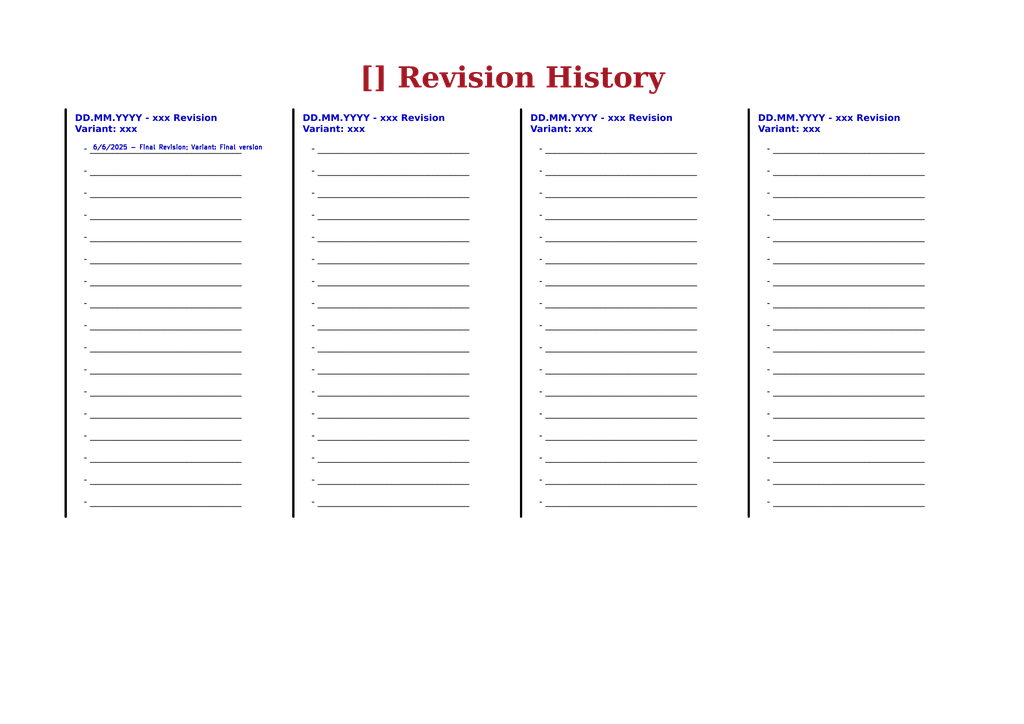
<source format=kicad_sch>
(kicad_sch
	(version 20250114)
	(generator "eeschema")
	(generator_version "9.0")
	(uuid "ea8c4f5e-7a49-4faf-a994-dbc85ed86b0a")
	(paper "A4")
	(title_block
		(title "Cover Page")
		(date "2025-06-05")
		(rev "v1.0")
		(company "sebastiansebs.com")
	)
	(lib_symbols)
	(text "6/6/2025 - Final Revision; Variant: Final version"
		(exclude_from_sim no)
		(at 51.562 42.926 0)
		(effects
			(font
				(size 1.27 1.27)
				(thickness 0.254)
				(bold yes)
			)
		)
		(uuid "581803aa-d480-4ed2-a29b-c8ab65f01803")
	)
	(text_box "- _________________________________\n\n- _________________________________\n\n- _________________________________\n\n- _________________________________\n\n- _________________________________\n\n- _________________________________\n\n- _________________________________\n\n- _________________________________\n\n- _________________________________\n\n- _________________________________\n\n- _________________________________\n\n- _________________________________\n\n- _________________________________\n\n- _________________________________\n\n- _________________________________\n\n- _________________________________\n\n- _________________________________"
		(exclude_from_sim no)
		(at 220.98 40.64 0)
		(size 58.42 115.57)
		(margins 1.4287 1.4287 1.4287 1.4287)
		(stroke
			(width -0.0001)
			(type default)
		)
		(fill
			(type none)
		)
		(effects
			(font
				(face "Arial")
				(size 1.905 1.905)
				(color 0 0 0 1)
			)
			(justify left top)
		)
		(uuid "0c062e2b-2be1-4307-b752-045c211787f4")
	)
	(text_box "DD.MM.YYYY - xxx Revision\nVariant: xxx"
		(exclude_from_sim no)
		(at 86.36 31.75 0)
		(size 57.15 7.62)
		(margins 1.4287 1.4287 1.4287 1.4287)
		(stroke
			(width -0.0001)
			(type default)
		)
		(fill
			(type none)
		)
		(effects
			(font
				(face "Arial")
				(size 1.905 1.905)
				(thickness 0.254)
				(bold yes)
			)
			(justify left top)
		)
		(uuid "14f2d7b6-dcd6-4c43-91a3-c7a76690654c")
	)
	(text_box "[${#}] Revision History"
		(exclude_from_sim no)
		(at 80.01 16.51 0)
		(size 137.16 12.7)
		(margins 4.4999 4.4999 4.4999 4.4999)
		(stroke
			(width -0.0001)
			(type solid)
		)
		(fill
			(type none)
		)
		(effects
			(font
				(face "Times New Roman")
				(size 6 6)
				(thickness 1.2)
				(bold yes)
				(color 162 22 34 1)
			)
		)
		(uuid "20a0a094-ac98-46df-bdac-21d5721f7697")
	)
	(text_box "DD.MM.YYYY - xxx Revision\nVariant: xxx"
		(exclude_from_sim no)
		(at 152.4 31.75 0)
		(size 57.15 7.62)
		(margins 1.4287 1.4287 1.4287 1.4287)
		(stroke
			(width -0.0001)
			(type default)
		)
		(fill
			(type none)
		)
		(effects
			(font
				(face "Arial")
				(size 1.905 1.905)
				(thickness 0.254)
				(bold yes)
			)
			(justify left top)
		)
		(uuid "61447e65-3862-4ca7-a61e-5d8506cb38bb")
	)
	(text_box "- _________________________________\n\n- _________________________________\n\n- _________________________________\n\n- _________________________________\n\n- _________________________________\n\n- _________________________________\n\n- _________________________________\n\n- _________________________________\n\n- _________________________________\n\n- _________________________________\n\n- _________________________________\n\n- _________________________________\n\n- _________________________________\n\n- _________________________________\n\n- _________________________________\n\n- _________________________________\n\n- _________________________________"
		(exclude_from_sim no)
		(at 22.86 40.64 0)
		(size 58.42 115.57)
		(margins 1.4287 1.4287 1.4287 1.4287)
		(stroke
			(width -0.0001)
			(type default)
		)
		(fill
			(type none)
		)
		(effects
			(font
				(face "Arial")
				(size 1.905 1.905)
				(color 0 0 0 1)
			)
			(justify left top)
		)
		(uuid "7cea8527-91c8-47c3-a860-064e128bcffe")
	)
	(text_box "- _________________________________\n\n- _________________________________\n\n- _________________________________\n\n- _________________________________\n\n- _________________________________\n\n- _________________________________\n\n- _________________________________\n\n- _________________________________\n\n- _________________________________\n\n- _________________________________\n\n- _________________________________\n\n- _________________________________\n\n- _________________________________\n\n- _________________________________\n\n- _________________________________\n\n- _________________________________\n\n- _________________________________"
		(exclude_from_sim no)
		(at 154.94 40.64 0)
		(size 58.42 115.57)
		(margins 1.4287 1.4287 1.4287 1.4287)
		(stroke
			(width -0.0001)
			(type default)
		)
		(fill
			(type none)
		)
		(effects
			(font
				(face "Arial")
				(size 1.905 1.905)
				(color 0 0 0 1)
			)
			(justify left top)
		)
		(uuid "8ad0acb7-8a2e-40a2-87c7-888a93359ccd")
	)
	(text_box "DD.MM.YYYY - xxx Revision\nVariant: xxx"
		(exclude_from_sim no)
		(at 20.32 31.75 0)
		(size 57.15 7.62)
		(margins 1.4287 1.4287 1.4287 1.4287)
		(stroke
			(width -0.0001)
			(type default)
		)
		(fill
			(type none)
		)
		(effects
			(font
				(face "Arial")
				(size 1.905 1.905)
				(thickness 0.254)
				(bold yes)
			)
			(justify left top)
		)
		(uuid "922c5813-4880-4ddf-ba01-939f72022a9d")
	)
	(text_box "- _________________________________\n\n- _________________________________\n\n- _________________________________\n\n- _________________________________\n\n- _________________________________\n\n- _________________________________\n\n- _________________________________\n\n- _________________________________\n\n- _________________________________\n\n- _________________________________\n\n- _________________________________\n\n- _________________________________\n\n- _________________________________\n\n- _________________________________\n\n- _________________________________\n\n- _________________________________\n\n- _________________________________"
		(exclude_from_sim no)
		(at 88.9 40.64 0)
		(size 58.42 115.57)
		(margins 1.4287 1.4287 1.4287 1.4287)
		(stroke
			(width -0.0001)
			(type default)
		)
		(fill
			(type none)
		)
		(effects
			(font
				(face "Arial")
				(size 1.905 1.905)
				(color 0 0 0 1)
			)
			(justify left top)
		)
		(uuid "cd63b456-8f62-4290-9191-6ad427c40f65")
	)
	(text_box "DD.MM.YYYY - xxx Revision\nVariant: xxx"
		(exclude_from_sim no)
		(at 218.44 31.75 0)
		(size 57.15 7.62)
		(margins 1.4287 1.4287 1.4287 1.4287)
		(stroke
			(width -0.0001)
			(type default)
		)
		(fill
			(type none)
		)
		(effects
			(font
				(face "Arial")
				(size 1.905 1.905)
				(thickness 0.254)
				(bold yes)
			)
			(justify left top)
		)
		(uuid "f47af890-f55a-44bf-b54f-b7df3adde008")
	)
	(polyline
		(pts
			(xy 19.05 31.75) (xy 19.05 149.86)
		)
		(stroke
			(width 0.635)
			(type default)
			(color 0 0 0 1)
		)
		(uuid "4849fe72-6429-4f5b-a9e6-56656658a37b")
	)
	(polyline
		(pts
			(xy 85.09 31.75) (xy 85.09 149.86)
		)
		(stroke
			(width 0.635)
			(type default)
			(color 0 0 0 1)
		)
		(uuid "5f29c90a-4bd5-401c-a0f6-a99df09914f4")
	)
	(polyline
		(pts
			(xy 85.09 31.75) (xy 85.09 149.86)
		)
		(stroke
			(width 0.635)
			(type default)
			(color 0 0 0 1)
		)
		(uuid "74018a10-ab58-4dc2-b4e6-376117e1ffc0")
	)
	(polyline
		(pts
			(xy 151.13 31.75) (xy 151.13 149.86)
		)
		(stroke
			(width 0.635)
			(type default)
			(color 0 0 0 1)
		)
		(uuid "a6b610d4-f09b-4d6e-ac67-0bb3d0e09fbe")
	)
	(polyline
		(pts
			(xy 19.05 31.75) (xy 19.05 149.86)
		)
		(stroke
			(width 0.635)
			(type default)
			(color 0 0 0 1)
		)
		(uuid "b271ef24-6836-4d14-b8f8-8568bc734aca")
	)
	(polyline
		(pts
			(xy 217.17 31.75) (xy 217.17 149.86)
		)
		(stroke
			(width 0.635)
			(type default)
			(color 0 0 0 1)
		)
		(uuid "fe21cbb6-f53c-41a1-bc1c-520e82f71f78")
	)
)

</source>
